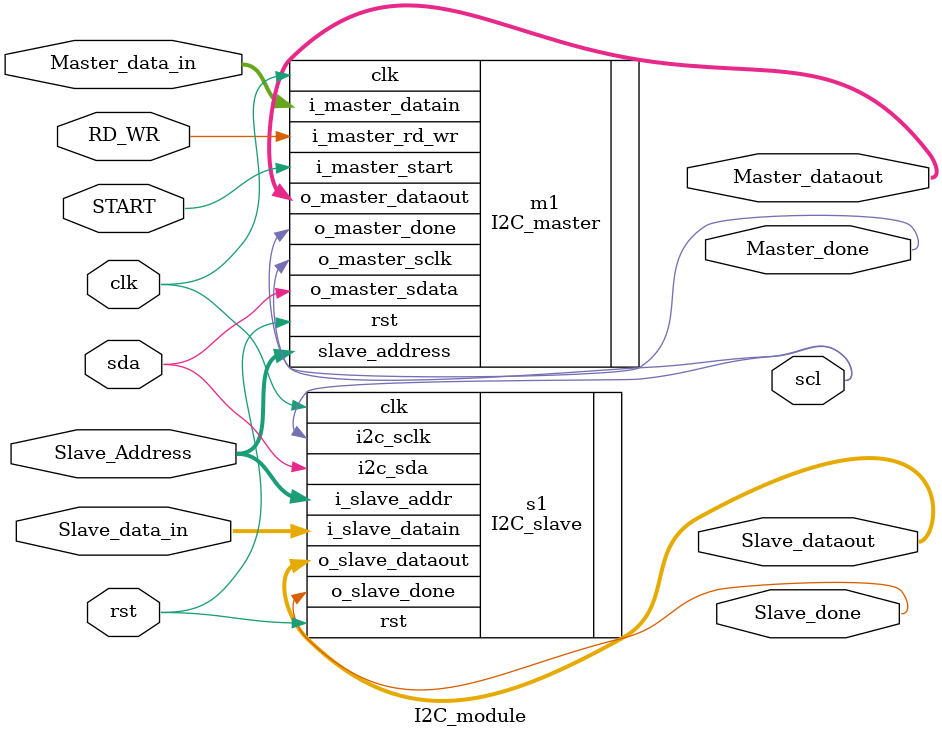
<source format=v>
module I2C_module #(parameter Data_width=8 , parameter Address=7, parameter clk_div=4)

(
input clk,
input rst,
input [Data_width-1:0] Master_data_in,
input START,
input RD_WR,
input [Address-1:0] Slave_Address,
input [Data_width-1:0] Slave_data_in,

  inout wire sda,             // <-- Bidirectional SDA line
    output wire scl,            // <-- Unidirectional SCL from master

output [Data_width-1:0] Master_dataout,
output Master_done,
output [Data_width-1:0] Slave_dataout,
output Slave_done
);

I2C_master #( .Data_width(Data_width), .Address(Address), .Clk_div(clk_div)) m1 (
        .clk(clk),
        .rst(rst),
        .i_master_start(START),
        .slave_address(Slave_Address),
        .i_master_rd_wr(RD_WR),
        .i_master_datain(Master_data_in),
        .o_master_sdata(sda),
        .o_master_sclk(scl),
        .o_master_dataout(Master_dataout),
        .o_master_done(Master_done)
);

I2C_slave #( .Data_width(Data_width), .Address(Address)) s1 (
        .clk(clk),
        .rst(rst),
        .i_slave_datain(Slave_data_in),
        .i_slave_addr(Slave_Address),
        .i2c_sda(sda),
        .i2c_sclk(scl),
        .o_slave_dataout(Slave_dataout),
        .o_slave_done(Slave_done)
    );

endmodule
</source>
